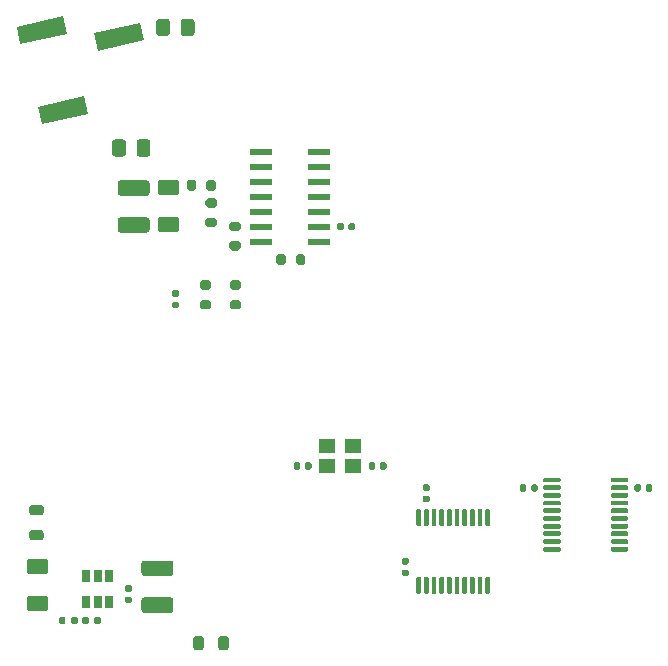
<source format=gbr>
%TF.GenerationSoftware,KiCad,Pcbnew,(5.1.8)-1*%
%TF.CreationDate,2020-12-26T14:40:11+03:00*%
%TF.ProjectId,mesp240_opll,6d657370-3234-4305-9f6f-706c6c2e6b69,rev?*%
%TF.SameCoordinates,Original*%
%TF.FileFunction,Paste,Top*%
%TF.FilePolarity,Positive*%
%FSLAX46Y46*%
G04 Gerber Fmt 4.6, Leading zero omitted, Abs format (unit mm)*
G04 Created by KiCad (PCBNEW (5.1.8)-1) date 2020-12-26 14:40:11*
%MOMM*%
%LPD*%
G01*
G04 APERTURE LIST*
%ADD10R,1.400000X1.200000*%
%ADD11R,1.981200X0.558800*%
%ADD12R,0.650000X1.060000*%
%ADD13C,0.100000*%
G04 APERTURE END LIST*
%TO.C,L4*%
G36*
G01*
X211734650Y-84211000D02*
X210972150Y-84211000D01*
G75*
G02*
X210753400Y-83992250I0J218750D01*
G01*
X210753400Y-83554750D01*
G75*
G02*
X210972150Y-83336000I218750J0D01*
G01*
X211734650Y-83336000D01*
G75*
G02*
X211953400Y-83554750I0J-218750D01*
G01*
X211953400Y-83992250D01*
G75*
G02*
X211734650Y-84211000I-218750J0D01*
G01*
G37*
G36*
G01*
X211734650Y-86336000D02*
X210972150Y-86336000D01*
G75*
G02*
X210753400Y-86117250I0J218750D01*
G01*
X210753400Y-85679750D01*
G75*
G02*
X210972150Y-85461000I218750J0D01*
G01*
X211734650Y-85461000D01*
G75*
G02*
X211953400Y-85679750I0J-218750D01*
G01*
X211953400Y-86117250D01*
G75*
G02*
X211734650Y-86336000I-218750J0D01*
G01*
G37*
%TD*%
%TO.C,L3*%
G36*
G01*
X226756900Y-95402650D02*
X226756900Y-94640150D01*
G75*
G02*
X226975650Y-94421400I218750J0D01*
G01*
X227413150Y-94421400D01*
G75*
G02*
X227631900Y-94640150I0J-218750D01*
G01*
X227631900Y-95402650D01*
G75*
G02*
X227413150Y-95621400I-218750J0D01*
G01*
X226975650Y-95621400D01*
G75*
G02*
X226756900Y-95402650I0J218750D01*
G01*
G37*
G36*
G01*
X224631900Y-95402650D02*
X224631900Y-94640150D01*
G75*
G02*
X224850650Y-94421400I218750J0D01*
G01*
X225288150Y-94421400D01*
G75*
G02*
X225506900Y-94640150I0J-218750D01*
G01*
X225506900Y-95402650D01*
G75*
G02*
X225288150Y-95621400I-218750J0D01*
G01*
X224850650Y-95621400D01*
G75*
G02*
X224631900Y-95402650I0J218750D01*
G01*
G37*
%TD*%
%TO.C,U6*%
G36*
G01*
X243809000Y-85149400D02*
X243609000Y-85149400D01*
G75*
G02*
X243509000Y-85049400I0J100000D01*
G01*
X243509000Y-83774400D01*
G75*
G02*
X243609000Y-83674400I100000J0D01*
G01*
X243809000Y-83674400D01*
G75*
G02*
X243909000Y-83774400I0J-100000D01*
G01*
X243909000Y-85049400D01*
G75*
G02*
X243809000Y-85149400I-100000J0D01*
G01*
G37*
G36*
G01*
X244459000Y-85149400D02*
X244259000Y-85149400D01*
G75*
G02*
X244159000Y-85049400I0J100000D01*
G01*
X244159000Y-83774400D01*
G75*
G02*
X244259000Y-83674400I100000J0D01*
G01*
X244459000Y-83674400D01*
G75*
G02*
X244559000Y-83774400I0J-100000D01*
G01*
X244559000Y-85049400D01*
G75*
G02*
X244459000Y-85149400I-100000J0D01*
G01*
G37*
G36*
G01*
X245109000Y-85149400D02*
X244909000Y-85149400D01*
G75*
G02*
X244809000Y-85049400I0J100000D01*
G01*
X244809000Y-83774400D01*
G75*
G02*
X244909000Y-83674400I100000J0D01*
G01*
X245109000Y-83674400D01*
G75*
G02*
X245209000Y-83774400I0J-100000D01*
G01*
X245209000Y-85049400D01*
G75*
G02*
X245109000Y-85149400I-100000J0D01*
G01*
G37*
G36*
G01*
X245759000Y-85149400D02*
X245559000Y-85149400D01*
G75*
G02*
X245459000Y-85049400I0J100000D01*
G01*
X245459000Y-83774400D01*
G75*
G02*
X245559000Y-83674400I100000J0D01*
G01*
X245759000Y-83674400D01*
G75*
G02*
X245859000Y-83774400I0J-100000D01*
G01*
X245859000Y-85049400D01*
G75*
G02*
X245759000Y-85149400I-100000J0D01*
G01*
G37*
G36*
G01*
X246409000Y-85149400D02*
X246209000Y-85149400D01*
G75*
G02*
X246109000Y-85049400I0J100000D01*
G01*
X246109000Y-83774400D01*
G75*
G02*
X246209000Y-83674400I100000J0D01*
G01*
X246409000Y-83674400D01*
G75*
G02*
X246509000Y-83774400I0J-100000D01*
G01*
X246509000Y-85049400D01*
G75*
G02*
X246409000Y-85149400I-100000J0D01*
G01*
G37*
G36*
G01*
X247059000Y-85149400D02*
X246859000Y-85149400D01*
G75*
G02*
X246759000Y-85049400I0J100000D01*
G01*
X246759000Y-83774400D01*
G75*
G02*
X246859000Y-83674400I100000J0D01*
G01*
X247059000Y-83674400D01*
G75*
G02*
X247159000Y-83774400I0J-100000D01*
G01*
X247159000Y-85049400D01*
G75*
G02*
X247059000Y-85149400I-100000J0D01*
G01*
G37*
G36*
G01*
X247709000Y-85149400D02*
X247509000Y-85149400D01*
G75*
G02*
X247409000Y-85049400I0J100000D01*
G01*
X247409000Y-83774400D01*
G75*
G02*
X247509000Y-83674400I100000J0D01*
G01*
X247709000Y-83674400D01*
G75*
G02*
X247809000Y-83774400I0J-100000D01*
G01*
X247809000Y-85049400D01*
G75*
G02*
X247709000Y-85149400I-100000J0D01*
G01*
G37*
G36*
G01*
X248359000Y-85149400D02*
X248159000Y-85149400D01*
G75*
G02*
X248059000Y-85049400I0J100000D01*
G01*
X248059000Y-83774400D01*
G75*
G02*
X248159000Y-83674400I100000J0D01*
G01*
X248359000Y-83674400D01*
G75*
G02*
X248459000Y-83774400I0J-100000D01*
G01*
X248459000Y-85049400D01*
G75*
G02*
X248359000Y-85149400I-100000J0D01*
G01*
G37*
G36*
G01*
X249009000Y-85149400D02*
X248809000Y-85149400D01*
G75*
G02*
X248709000Y-85049400I0J100000D01*
G01*
X248709000Y-83774400D01*
G75*
G02*
X248809000Y-83674400I100000J0D01*
G01*
X249009000Y-83674400D01*
G75*
G02*
X249109000Y-83774400I0J-100000D01*
G01*
X249109000Y-85049400D01*
G75*
G02*
X249009000Y-85149400I-100000J0D01*
G01*
G37*
G36*
G01*
X249659000Y-85149400D02*
X249459000Y-85149400D01*
G75*
G02*
X249359000Y-85049400I0J100000D01*
G01*
X249359000Y-83774400D01*
G75*
G02*
X249459000Y-83674400I100000J0D01*
G01*
X249659000Y-83674400D01*
G75*
G02*
X249759000Y-83774400I0J-100000D01*
G01*
X249759000Y-85049400D01*
G75*
G02*
X249659000Y-85149400I-100000J0D01*
G01*
G37*
G36*
G01*
X249659000Y-90874400D02*
X249459000Y-90874400D01*
G75*
G02*
X249359000Y-90774400I0J100000D01*
G01*
X249359000Y-89499400D01*
G75*
G02*
X249459000Y-89399400I100000J0D01*
G01*
X249659000Y-89399400D01*
G75*
G02*
X249759000Y-89499400I0J-100000D01*
G01*
X249759000Y-90774400D01*
G75*
G02*
X249659000Y-90874400I-100000J0D01*
G01*
G37*
G36*
G01*
X249009000Y-90874400D02*
X248809000Y-90874400D01*
G75*
G02*
X248709000Y-90774400I0J100000D01*
G01*
X248709000Y-89499400D01*
G75*
G02*
X248809000Y-89399400I100000J0D01*
G01*
X249009000Y-89399400D01*
G75*
G02*
X249109000Y-89499400I0J-100000D01*
G01*
X249109000Y-90774400D01*
G75*
G02*
X249009000Y-90874400I-100000J0D01*
G01*
G37*
G36*
G01*
X248359000Y-90874400D02*
X248159000Y-90874400D01*
G75*
G02*
X248059000Y-90774400I0J100000D01*
G01*
X248059000Y-89499400D01*
G75*
G02*
X248159000Y-89399400I100000J0D01*
G01*
X248359000Y-89399400D01*
G75*
G02*
X248459000Y-89499400I0J-100000D01*
G01*
X248459000Y-90774400D01*
G75*
G02*
X248359000Y-90874400I-100000J0D01*
G01*
G37*
G36*
G01*
X247709000Y-90874400D02*
X247509000Y-90874400D01*
G75*
G02*
X247409000Y-90774400I0J100000D01*
G01*
X247409000Y-89499400D01*
G75*
G02*
X247509000Y-89399400I100000J0D01*
G01*
X247709000Y-89399400D01*
G75*
G02*
X247809000Y-89499400I0J-100000D01*
G01*
X247809000Y-90774400D01*
G75*
G02*
X247709000Y-90874400I-100000J0D01*
G01*
G37*
G36*
G01*
X247059000Y-90874400D02*
X246859000Y-90874400D01*
G75*
G02*
X246759000Y-90774400I0J100000D01*
G01*
X246759000Y-89499400D01*
G75*
G02*
X246859000Y-89399400I100000J0D01*
G01*
X247059000Y-89399400D01*
G75*
G02*
X247159000Y-89499400I0J-100000D01*
G01*
X247159000Y-90774400D01*
G75*
G02*
X247059000Y-90874400I-100000J0D01*
G01*
G37*
G36*
G01*
X246409000Y-90874400D02*
X246209000Y-90874400D01*
G75*
G02*
X246109000Y-90774400I0J100000D01*
G01*
X246109000Y-89499400D01*
G75*
G02*
X246209000Y-89399400I100000J0D01*
G01*
X246409000Y-89399400D01*
G75*
G02*
X246509000Y-89499400I0J-100000D01*
G01*
X246509000Y-90774400D01*
G75*
G02*
X246409000Y-90874400I-100000J0D01*
G01*
G37*
G36*
G01*
X245759000Y-90874400D02*
X245559000Y-90874400D01*
G75*
G02*
X245459000Y-90774400I0J100000D01*
G01*
X245459000Y-89499400D01*
G75*
G02*
X245559000Y-89399400I100000J0D01*
G01*
X245759000Y-89399400D01*
G75*
G02*
X245859000Y-89499400I0J-100000D01*
G01*
X245859000Y-90774400D01*
G75*
G02*
X245759000Y-90874400I-100000J0D01*
G01*
G37*
G36*
G01*
X245109000Y-90874400D02*
X244909000Y-90874400D01*
G75*
G02*
X244809000Y-90774400I0J100000D01*
G01*
X244809000Y-89499400D01*
G75*
G02*
X244909000Y-89399400I100000J0D01*
G01*
X245109000Y-89399400D01*
G75*
G02*
X245209000Y-89499400I0J-100000D01*
G01*
X245209000Y-90774400D01*
G75*
G02*
X245109000Y-90874400I-100000J0D01*
G01*
G37*
G36*
G01*
X244459000Y-90874400D02*
X244259000Y-90874400D01*
G75*
G02*
X244159000Y-90774400I0J100000D01*
G01*
X244159000Y-89499400D01*
G75*
G02*
X244259000Y-89399400I100000J0D01*
G01*
X244459000Y-89399400D01*
G75*
G02*
X244559000Y-89499400I0J-100000D01*
G01*
X244559000Y-90774400D01*
G75*
G02*
X244459000Y-90874400I-100000J0D01*
G01*
G37*
G36*
G01*
X243809000Y-90874400D02*
X243609000Y-90874400D01*
G75*
G02*
X243509000Y-90774400I0J100000D01*
G01*
X243509000Y-89499400D01*
G75*
G02*
X243609000Y-89399400I100000J0D01*
G01*
X243809000Y-89399400D01*
G75*
G02*
X243909000Y-89499400I0J-100000D01*
G01*
X243909000Y-90774400D01*
G75*
G02*
X243809000Y-90874400I-100000J0D01*
G01*
G37*
%TD*%
%TO.C,U5*%
G36*
G01*
X259986000Y-81325200D02*
X259986000Y-81125200D01*
G75*
G02*
X260086000Y-81025200I100000J0D01*
G01*
X261361000Y-81025200D01*
G75*
G02*
X261461000Y-81125200I0J-100000D01*
G01*
X261461000Y-81325200D01*
G75*
G02*
X261361000Y-81425200I-100000J0D01*
G01*
X260086000Y-81425200D01*
G75*
G02*
X259986000Y-81325200I0J100000D01*
G01*
G37*
G36*
G01*
X259986000Y-81975200D02*
X259986000Y-81775200D01*
G75*
G02*
X260086000Y-81675200I100000J0D01*
G01*
X261361000Y-81675200D01*
G75*
G02*
X261461000Y-81775200I0J-100000D01*
G01*
X261461000Y-81975200D01*
G75*
G02*
X261361000Y-82075200I-100000J0D01*
G01*
X260086000Y-82075200D01*
G75*
G02*
X259986000Y-81975200I0J100000D01*
G01*
G37*
G36*
G01*
X259986000Y-82625200D02*
X259986000Y-82425200D01*
G75*
G02*
X260086000Y-82325200I100000J0D01*
G01*
X261361000Y-82325200D01*
G75*
G02*
X261461000Y-82425200I0J-100000D01*
G01*
X261461000Y-82625200D01*
G75*
G02*
X261361000Y-82725200I-100000J0D01*
G01*
X260086000Y-82725200D01*
G75*
G02*
X259986000Y-82625200I0J100000D01*
G01*
G37*
G36*
G01*
X259986000Y-83275200D02*
X259986000Y-83075200D01*
G75*
G02*
X260086000Y-82975200I100000J0D01*
G01*
X261361000Y-82975200D01*
G75*
G02*
X261461000Y-83075200I0J-100000D01*
G01*
X261461000Y-83275200D01*
G75*
G02*
X261361000Y-83375200I-100000J0D01*
G01*
X260086000Y-83375200D01*
G75*
G02*
X259986000Y-83275200I0J100000D01*
G01*
G37*
G36*
G01*
X259986000Y-83925200D02*
X259986000Y-83725200D01*
G75*
G02*
X260086000Y-83625200I100000J0D01*
G01*
X261361000Y-83625200D01*
G75*
G02*
X261461000Y-83725200I0J-100000D01*
G01*
X261461000Y-83925200D01*
G75*
G02*
X261361000Y-84025200I-100000J0D01*
G01*
X260086000Y-84025200D01*
G75*
G02*
X259986000Y-83925200I0J100000D01*
G01*
G37*
G36*
G01*
X259986000Y-84575200D02*
X259986000Y-84375200D01*
G75*
G02*
X260086000Y-84275200I100000J0D01*
G01*
X261361000Y-84275200D01*
G75*
G02*
X261461000Y-84375200I0J-100000D01*
G01*
X261461000Y-84575200D01*
G75*
G02*
X261361000Y-84675200I-100000J0D01*
G01*
X260086000Y-84675200D01*
G75*
G02*
X259986000Y-84575200I0J100000D01*
G01*
G37*
G36*
G01*
X259986000Y-85225200D02*
X259986000Y-85025200D01*
G75*
G02*
X260086000Y-84925200I100000J0D01*
G01*
X261361000Y-84925200D01*
G75*
G02*
X261461000Y-85025200I0J-100000D01*
G01*
X261461000Y-85225200D01*
G75*
G02*
X261361000Y-85325200I-100000J0D01*
G01*
X260086000Y-85325200D01*
G75*
G02*
X259986000Y-85225200I0J100000D01*
G01*
G37*
G36*
G01*
X259986000Y-85875200D02*
X259986000Y-85675200D01*
G75*
G02*
X260086000Y-85575200I100000J0D01*
G01*
X261361000Y-85575200D01*
G75*
G02*
X261461000Y-85675200I0J-100000D01*
G01*
X261461000Y-85875200D01*
G75*
G02*
X261361000Y-85975200I-100000J0D01*
G01*
X260086000Y-85975200D01*
G75*
G02*
X259986000Y-85875200I0J100000D01*
G01*
G37*
G36*
G01*
X259986000Y-86525200D02*
X259986000Y-86325200D01*
G75*
G02*
X260086000Y-86225200I100000J0D01*
G01*
X261361000Y-86225200D01*
G75*
G02*
X261461000Y-86325200I0J-100000D01*
G01*
X261461000Y-86525200D01*
G75*
G02*
X261361000Y-86625200I-100000J0D01*
G01*
X260086000Y-86625200D01*
G75*
G02*
X259986000Y-86525200I0J100000D01*
G01*
G37*
G36*
G01*
X259986000Y-87175200D02*
X259986000Y-86975200D01*
G75*
G02*
X260086000Y-86875200I100000J0D01*
G01*
X261361000Y-86875200D01*
G75*
G02*
X261461000Y-86975200I0J-100000D01*
G01*
X261461000Y-87175200D01*
G75*
G02*
X261361000Y-87275200I-100000J0D01*
G01*
X260086000Y-87275200D01*
G75*
G02*
X259986000Y-87175200I0J100000D01*
G01*
G37*
G36*
G01*
X254261000Y-87175200D02*
X254261000Y-86975200D01*
G75*
G02*
X254361000Y-86875200I100000J0D01*
G01*
X255636000Y-86875200D01*
G75*
G02*
X255736000Y-86975200I0J-100000D01*
G01*
X255736000Y-87175200D01*
G75*
G02*
X255636000Y-87275200I-100000J0D01*
G01*
X254361000Y-87275200D01*
G75*
G02*
X254261000Y-87175200I0J100000D01*
G01*
G37*
G36*
G01*
X254261000Y-86525200D02*
X254261000Y-86325200D01*
G75*
G02*
X254361000Y-86225200I100000J0D01*
G01*
X255636000Y-86225200D01*
G75*
G02*
X255736000Y-86325200I0J-100000D01*
G01*
X255736000Y-86525200D01*
G75*
G02*
X255636000Y-86625200I-100000J0D01*
G01*
X254361000Y-86625200D01*
G75*
G02*
X254261000Y-86525200I0J100000D01*
G01*
G37*
G36*
G01*
X254261000Y-85875200D02*
X254261000Y-85675200D01*
G75*
G02*
X254361000Y-85575200I100000J0D01*
G01*
X255636000Y-85575200D01*
G75*
G02*
X255736000Y-85675200I0J-100000D01*
G01*
X255736000Y-85875200D01*
G75*
G02*
X255636000Y-85975200I-100000J0D01*
G01*
X254361000Y-85975200D01*
G75*
G02*
X254261000Y-85875200I0J100000D01*
G01*
G37*
G36*
G01*
X254261000Y-85225200D02*
X254261000Y-85025200D01*
G75*
G02*
X254361000Y-84925200I100000J0D01*
G01*
X255636000Y-84925200D01*
G75*
G02*
X255736000Y-85025200I0J-100000D01*
G01*
X255736000Y-85225200D01*
G75*
G02*
X255636000Y-85325200I-100000J0D01*
G01*
X254361000Y-85325200D01*
G75*
G02*
X254261000Y-85225200I0J100000D01*
G01*
G37*
G36*
G01*
X254261000Y-84575200D02*
X254261000Y-84375200D01*
G75*
G02*
X254361000Y-84275200I100000J0D01*
G01*
X255636000Y-84275200D01*
G75*
G02*
X255736000Y-84375200I0J-100000D01*
G01*
X255736000Y-84575200D01*
G75*
G02*
X255636000Y-84675200I-100000J0D01*
G01*
X254361000Y-84675200D01*
G75*
G02*
X254261000Y-84575200I0J100000D01*
G01*
G37*
G36*
G01*
X254261000Y-83925200D02*
X254261000Y-83725200D01*
G75*
G02*
X254361000Y-83625200I100000J0D01*
G01*
X255636000Y-83625200D01*
G75*
G02*
X255736000Y-83725200I0J-100000D01*
G01*
X255736000Y-83925200D01*
G75*
G02*
X255636000Y-84025200I-100000J0D01*
G01*
X254361000Y-84025200D01*
G75*
G02*
X254261000Y-83925200I0J100000D01*
G01*
G37*
G36*
G01*
X254261000Y-83275200D02*
X254261000Y-83075200D01*
G75*
G02*
X254361000Y-82975200I100000J0D01*
G01*
X255636000Y-82975200D01*
G75*
G02*
X255736000Y-83075200I0J-100000D01*
G01*
X255736000Y-83275200D01*
G75*
G02*
X255636000Y-83375200I-100000J0D01*
G01*
X254361000Y-83375200D01*
G75*
G02*
X254261000Y-83275200I0J100000D01*
G01*
G37*
G36*
G01*
X254261000Y-82625200D02*
X254261000Y-82425200D01*
G75*
G02*
X254361000Y-82325200I100000J0D01*
G01*
X255636000Y-82325200D01*
G75*
G02*
X255736000Y-82425200I0J-100000D01*
G01*
X255736000Y-82625200D01*
G75*
G02*
X255636000Y-82725200I-100000J0D01*
G01*
X254361000Y-82725200D01*
G75*
G02*
X254261000Y-82625200I0J100000D01*
G01*
G37*
G36*
G01*
X254261000Y-81975200D02*
X254261000Y-81775200D01*
G75*
G02*
X254361000Y-81675200I100000J0D01*
G01*
X255636000Y-81675200D01*
G75*
G02*
X255736000Y-81775200I0J-100000D01*
G01*
X255736000Y-81975200D01*
G75*
G02*
X255636000Y-82075200I-100000J0D01*
G01*
X254361000Y-82075200D01*
G75*
G02*
X254261000Y-81975200I0J100000D01*
G01*
G37*
G36*
G01*
X254261000Y-81325200D02*
X254261000Y-81125200D01*
G75*
G02*
X254361000Y-81025200I100000J0D01*
G01*
X255636000Y-81025200D01*
G75*
G02*
X255736000Y-81125200I0J-100000D01*
G01*
X255736000Y-81325200D01*
G75*
G02*
X255636000Y-81425200I-100000J0D01*
G01*
X254361000Y-81425200D01*
G75*
G02*
X254261000Y-81325200I0J100000D01*
G01*
G37*
%TD*%
%TO.C,C13*%
G36*
G01*
X244178000Y-82549400D02*
X244518000Y-82549400D01*
G75*
G02*
X244658000Y-82689400I0J-140000D01*
G01*
X244658000Y-82969400D01*
G75*
G02*
X244518000Y-83109400I-140000J0D01*
G01*
X244178000Y-83109400D01*
G75*
G02*
X244038000Y-82969400I0J140000D01*
G01*
X244038000Y-82689400D01*
G75*
G02*
X244178000Y-82549400I140000J0D01*
G01*
G37*
G36*
G01*
X244178000Y-81589400D02*
X244518000Y-81589400D01*
G75*
G02*
X244658000Y-81729400I0J-140000D01*
G01*
X244658000Y-82009400D01*
G75*
G02*
X244518000Y-82149400I-140000J0D01*
G01*
X244178000Y-82149400D01*
G75*
G02*
X244038000Y-82009400I0J140000D01*
G01*
X244038000Y-81729400D01*
G75*
G02*
X244178000Y-81589400I140000J0D01*
G01*
G37*
%TD*%
%TO.C,C12*%
G36*
G01*
X262535000Y-81719600D02*
X262535000Y-82059600D01*
G75*
G02*
X262395000Y-82199600I-140000J0D01*
G01*
X262115000Y-82199600D01*
G75*
G02*
X261975000Y-82059600I0J140000D01*
G01*
X261975000Y-81719600D01*
G75*
G02*
X262115000Y-81579600I140000J0D01*
G01*
X262395000Y-81579600D01*
G75*
G02*
X262535000Y-81719600I0J-140000D01*
G01*
G37*
G36*
G01*
X263495000Y-81719600D02*
X263495000Y-82059600D01*
G75*
G02*
X263355000Y-82199600I-140000J0D01*
G01*
X263075000Y-82199600D01*
G75*
G02*
X262935000Y-82059600I0J140000D01*
G01*
X262935000Y-81719600D01*
G75*
G02*
X263075000Y-81579600I140000J0D01*
G01*
X263355000Y-81579600D01*
G75*
G02*
X263495000Y-81719600I0J-140000D01*
G01*
G37*
%TD*%
%TO.C,C11*%
G36*
G01*
X242400000Y-88795200D02*
X242740000Y-88795200D01*
G75*
G02*
X242880000Y-88935200I0J-140000D01*
G01*
X242880000Y-89215200D01*
G75*
G02*
X242740000Y-89355200I-140000J0D01*
G01*
X242400000Y-89355200D01*
G75*
G02*
X242260000Y-89215200I0J140000D01*
G01*
X242260000Y-88935200D01*
G75*
G02*
X242400000Y-88795200I140000J0D01*
G01*
G37*
G36*
G01*
X242400000Y-87835200D02*
X242740000Y-87835200D01*
G75*
G02*
X242880000Y-87975200I0J-140000D01*
G01*
X242880000Y-88255200D01*
G75*
G02*
X242740000Y-88395200I-140000J0D01*
G01*
X242400000Y-88395200D01*
G75*
G02*
X242260000Y-88255200I0J140000D01*
G01*
X242260000Y-87975200D01*
G75*
G02*
X242400000Y-87835200I140000J0D01*
G01*
G37*
%TD*%
%TO.C,C10*%
G36*
G01*
X253237000Y-82059600D02*
X253237000Y-81719600D01*
G75*
G02*
X253377000Y-81579600I140000J0D01*
G01*
X253657000Y-81579600D01*
G75*
G02*
X253797000Y-81719600I0J-140000D01*
G01*
X253797000Y-82059600D01*
G75*
G02*
X253657000Y-82199600I-140000J0D01*
G01*
X253377000Y-82199600D01*
G75*
G02*
X253237000Y-82059600I0J140000D01*
G01*
G37*
G36*
G01*
X252277000Y-82059600D02*
X252277000Y-81719600D01*
G75*
G02*
X252417000Y-81579600I140000J0D01*
G01*
X252697000Y-81579600D01*
G75*
G02*
X252837000Y-81719600I0J-140000D01*
G01*
X252837000Y-82059600D01*
G75*
G02*
X252697000Y-82199600I-140000J0D01*
G01*
X252417000Y-82199600D01*
G75*
G02*
X252277000Y-82059600I0J140000D01*
G01*
G37*
%TD*%
D10*
%TO.C,Y1*%
X235983600Y-78347200D03*
X238183600Y-78347200D03*
X238183600Y-80047200D03*
X235983600Y-80047200D03*
%TD*%
D11*
%TO.C,U4*%
X235280800Y-53416200D03*
X235280800Y-54686200D03*
X235280800Y-55956200D03*
X235280800Y-57226200D03*
X235280800Y-58496200D03*
X235280800Y-59766200D03*
X235280800Y-61036200D03*
X230353200Y-61036200D03*
X230353200Y-59766200D03*
X230353200Y-58496200D03*
X230353200Y-57226200D03*
X230353200Y-55956200D03*
X230353200Y-54686200D03*
X230353200Y-53416200D03*
%TD*%
D12*
%TO.C,U2*%
X216534600Y-91574800D03*
X217484600Y-91574800D03*
X215584600Y-91574800D03*
X215584600Y-89374800D03*
X216534600Y-89374800D03*
X217484600Y-89374800D03*
%TD*%
%TO.C,R26*%
G36*
G01*
X232468000Y-62285200D02*
X232468000Y-62835200D01*
G75*
G02*
X232268000Y-63035200I-200000J0D01*
G01*
X231868000Y-63035200D01*
G75*
G02*
X231668000Y-62835200I0J200000D01*
G01*
X231668000Y-62285200D01*
G75*
G02*
X231868000Y-62085200I200000J0D01*
G01*
X232268000Y-62085200D01*
G75*
G02*
X232468000Y-62285200I0J-200000D01*
G01*
G37*
G36*
G01*
X234118000Y-62285200D02*
X234118000Y-62835200D01*
G75*
G02*
X233918000Y-63035200I-200000J0D01*
G01*
X233518000Y-63035200D01*
G75*
G02*
X233318000Y-62835200I0J200000D01*
G01*
X233318000Y-62285200D01*
G75*
G02*
X233518000Y-62085200I200000J0D01*
G01*
X233918000Y-62085200D01*
G75*
G02*
X234118000Y-62285200I0J-200000D01*
G01*
G37*
%TD*%
%TO.C,R23*%
G36*
G01*
X228443000Y-60140800D02*
X227893000Y-60140800D01*
G75*
G02*
X227693000Y-59940800I0J200000D01*
G01*
X227693000Y-59540800D01*
G75*
G02*
X227893000Y-59340800I200000J0D01*
G01*
X228443000Y-59340800D01*
G75*
G02*
X228643000Y-59540800I0J-200000D01*
G01*
X228643000Y-59940800D01*
G75*
G02*
X228443000Y-60140800I-200000J0D01*
G01*
G37*
G36*
G01*
X228443000Y-61790800D02*
X227893000Y-61790800D01*
G75*
G02*
X227693000Y-61590800I0J200000D01*
G01*
X227693000Y-61190800D01*
G75*
G02*
X227893000Y-60990800I200000J0D01*
G01*
X228443000Y-60990800D01*
G75*
G02*
X228643000Y-61190800I0J-200000D01*
G01*
X228643000Y-61590800D01*
G75*
G02*
X228443000Y-61790800I-200000J0D01*
G01*
G37*
%TD*%
%TO.C,R20*%
G36*
G01*
X226411000Y-58159600D02*
X225861000Y-58159600D01*
G75*
G02*
X225661000Y-57959600I0J200000D01*
G01*
X225661000Y-57559600D01*
G75*
G02*
X225861000Y-57359600I200000J0D01*
G01*
X226411000Y-57359600D01*
G75*
G02*
X226611000Y-57559600I0J-200000D01*
G01*
X226611000Y-57959600D01*
G75*
G02*
X226411000Y-58159600I-200000J0D01*
G01*
G37*
G36*
G01*
X226411000Y-59809600D02*
X225861000Y-59809600D01*
G75*
G02*
X225661000Y-59609600I0J200000D01*
G01*
X225661000Y-59209600D01*
G75*
G02*
X225861000Y-59009600I200000J0D01*
G01*
X226411000Y-59009600D01*
G75*
G02*
X226611000Y-59209600I0J-200000D01*
G01*
X226611000Y-59609600D01*
G75*
G02*
X226411000Y-59809600I-200000J0D01*
G01*
G37*
%TD*%
%TO.C,R19*%
G36*
G01*
X224885000Y-55986000D02*
X224885000Y-56536000D01*
G75*
G02*
X224685000Y-56736000I-200000J0D01*
G01*
X224285000Y-56736000D01*
G75*
G02*
X224085000Y-56536000I0J200000D01*
G01*
X224085000Y-55986000D01*
G75*
G02*
X224285000Y-55786000I200000J0D01*
G01*
X224685000Y-55786000D01*
G75*
G02*
X224885000Y-55986000I0J-200000D01*
G01*
G37*
G36*
G01*
X226535000Y-55986000D02*
X226535000Y-56536000D01*
G75*
G02*
X226335000Y-56736000I-200000J0D01*
G01*
X225935000Y-56736000D01*
G75*
G02*
X225735000Y-56536000I0J200000D01*
G01*
X225735000Y-55986000D01*
G75*
G02*
X225935000Y-55786000I200000J0D01*
G01*
X226335000Y-55786000D01*
G75*
G02*
X226535000Y-55986000I0J-200000D01*
G01*
G37*
%TD*%
%TO.C,R18*%
G36*
G01*
X227919000Y-65970200D02*
X228469000Y-65970200D01*
G75*
G02*
X228669000Y-66170200I0J-200000D01*
G01*
X228669000Y-66570200D01*
G75*
G02*
X228469000Y-66770200I-200000J0D01*
G01*
X227919000Y-66770200D01*
G75*
G02*
X227719000Y-66570200I0J200000D01*
G01*
X227719000Y-66170200D01*
G75*
G02*
X227919000Y-65970200I200000J0D01*
G01*
G37*
G36*
G01*
X227919000Y-64320200D02*
X228469000Y-64320200D01*
G75*
G02*
X228669000Y-64520200I0J-200000D01*
G01*
X228669000Y-64920200D01*
G75*
G02*
X228469000Y-65120200I-200000J0D01*
G01*
X227919000Y-65120200D01*
G75*
G02*
X227719000Y-64920200I0J200000D01*
G01*
X227719000Y-64520200D01*
G75*
G02*
X227919000Y-64320200I200000J0D01*
G01*
G37*
%TD*%
%TO.C,R17*%
G36*
G01*
X225379000Y-65970200D02*
X225929000Y-65970200D01*
G75*
G02*
X226129000Y-66170200I0J-200000D01*
G01*
X226129000Y-66570200D01*
G75*
G02*
X225929000Y-66770200I-200000J0D01*
G01*
X225379000Y-66770200D01*
G75*
G02*
X225179000Y-66570200I0J200000D01*
G01*
X225179000Y-66170200D01*
G75*
G02*
X225379000Y-65970200I200000J0D01*
G01*
G37*
G36*
G01*
X225379000Y-64320200D02*
X225929000Y-64320200D01*
G75*
G02*
X226129000Y-64520200I0J-200000D01*
G01*
X226129000Y-64920200D01*
G75*
G02*
X225929000Y-65120200I-200000J0D01*
G01*
X225379000Y-65120200D01*
G75*
G02*
X225179000Y-64920200I0J200000D01*
G01*
X225179000Y-64520200D01*
G75*
G02*
X225379000Y-64320200I200000J0D01*
G01*
G37*
%TD*%
%TO.C,R12*%
G36*
G01*
X216243600Y-93301400D02*
X216243600Y-92931400D01*
G75*
G02*
X216378600Y-92796400I135000J0D01*
G01*
X216648600Y-92796400D01*
G75*
G02*
X216783600Y-92931400I0J-135000D01*
G01*
X216783600Y-93301400D01*
G75*
G02*
X216648600Y-93436400I-135000J0D01*
G01*
X216378600Y-93436400D01*
G75*
G02*
X216243600Y-93301400I0J135000D01*
G01*
G37*
G36*
G01*
X215223600Y-93301400D02*
X215223600Y-92931400D01*
G75*
G02*
X215358600Y-92796400I135000J0D01*
G01*
X215628600Y-92796400D01*
G75*
G02*
X215763600Y-92931400I0J-135000D01*
G01*
X215763600Y-93301400D01*
G75*
G02*
X215628600Y-93436400I-135000J0D01*
G01*
X215358600Y-93436400D01*
G75*
G02*
X215223600Y-93301400I0J135000D01*
G01*
G37*
%TD*%
%TO.C,R11*%
G36*
G01*
X214287800Y-93301400D02*
X214287800Y-92931400D01*
G75*
G02*
X214422800Y-92796400I135000J0D01*
G01*
X214692800Y-92796400D01*
G75*
G02*
X214827800Y-92931400I0J-135000D01*
G01*
X214827800Y-93301400D01*
G75*
G02*
X214692800Y-93436400I-135000J0D01*
G01*
X214422800Y-93436400D01*
G75*
G02*
X214287800Y-93301400I0J135000D01*
G01*
G37*
G36*
G01*
X213267800Y-93301400D02*
X213267800Y-92931400D01*
G75*
G02*
X213402800Y-92796400I135000J0D01*
G01*
X213672800Y-92796400D01*
G75*
G02*
X213807800Y-92931400I0J-135000D01*
G01*
X213807800Y-93301400D01*
G75*
G02*
X213672800Y-93436400I-135000J0D01*
G01*
X213402800Y-93436400D01*
G75*
G02*
X213267800Y-93301400I0J135000D01*
G01*
G37*
%TD*%
%TO.C,L2*%
G36*
G01*
X220683001Y-57164400D02*
X218482999Y-57164400D01*
G75*
G02*
X218233000Y-56914401I0J249999D01*
G01*
X218233000Y-56089399D01*
G75*
G02*
X218482999Y-55839400I249999J0D01*
G01*
X220683001Y-55839400D01*
G75*
G02*
X220933000Y-56089399I0J-249999D01*
G01*
X220933000Y-56914401D01*
G75*
G02*
X220683001Y-57164400I-249999J0D01*
G01*
G37*
G36*
G01*
X220683001Y-60289400D02*
X218482999Y-60289400D01*
G75*
G02*
X218233000Y-60039401I0J249999D01*
G01*
X218233000Y-59214399D01*
G75*
G02*
X218482999Y-58964400I249999J0D01*
G01*
X220683001Y-58964400D01*
G75*
G02*
X220933000Y-59214399I0J-249999D01*
G01*
X220933000Y-60039401D01*
G75*
G02*
X220683001Y-60289400I-249999J0D01*
G01*
G37*
%TD*%
%TO.C,L1*%
G36*
G01*
X222689601Y-89358500D02*
X220489599Y-89358500D01*
G75*
G02*
X220239600Y-89108501I0J249999D01*
G01*
X220239600Y-88283499D01*
G75*
G02*
X220489599Y-88033500I249999J0D01*
G01*
X222689601Y-88033500D01*
G75*
G02*
X222939600Y-88283499I0J-249999D01*
G01*
X222939600Y-89108501D01*
G75*
G02*
X222689601Y-89358500I-249999J0D01*
G01*
G37*
G36*
G01*
X222689601Y-92483500D02*
X220489599Y-92483500D01*
G75*
G02*
X220239600Y-92233501I0J249999D01*
G01*
X220239600Y-91408499D01*
G75*
G02*
X220489599Y-91158500I249999J0D01*
G01*
X222689601Y-91158500D01*
G75*
G02*
X222939600Y-91408499I0J-249999D01*
G01*
X222939600Y-92233501D01*
G75*
G02*
X222689601Y-92483500I-249999J0D01*
G01*
G37*
%TD*%
D13*
%TO.C,J1*%
G36*
X211480241Y-49630458D02*
G01*
X215377721Y-48730653D01*
X215715147Y-50192208D01*
X211817667Y-51092013D01*
X211480241Y-49630458D01*
G37*
G36*
X216201706Y-43408902D02*
G01*
X220099186Y-42509097D01*
X220436612Y-43970652D01*
X216539132Y-44870457D01*
X216201706Y-43408902D01*
G37*
G36*
X209661991Y-42866106D02*
G01*
X213559471Y-41966301D01*
X213896897Y-43427856D01*
X209999417Y-44327661D01*
X209661991Y-42866106D01*
G37*
%TD*%
%TO.C,C9*%
G36*
G01*
X219826000Y-53586200D02*
X219826000Y-52636200D01*
G75*
G02*
X220076000Y-52386200I250000J0D01*
G01*
X220751000Y-52386200D01*
G75*
G02*
X221001000Y-52636200I0J-250000D01*
G01*
X221001000Y-53586200D01*
G75*
G02*
X220751000Y-53836200I-250000J0D01*
G01*
X220076000Y-53836200D01*
G75*
G02*
X219826000Y-53586200I0J250000D01*
G01*
G37*
G36*
G01*
X217751000Y-53586200D02*
X217751000Y-52636200D01*
G75*
G02*
X218001000Y-52386200I250000J0D01*
G01*
X218676000Y-52386200D01*
G75*
G02*
X218926000Y-52636200I0J-250000D01*
G01*
X218926000Y-53586200D01*
G75*
G02*
X218676000Y-53836200I-250000J0D01*
G01*
X218001000Y-53836200D01*
G75*
G02*
X217751000Y-53586200I0J250000D01*
G01*
G37*
%TD*%
%TO.C,C8*%
G36*
G01*
X223560000Y-43375600D02*
X223560000Y-42425600D01*
G75*
G02*
X223810000Y-42175600I250000J0D01*
G01*
X224485000Y-42175600D01*
G75*
G02*
X224735000Y-42425600I0J-250000D01*
G01*
X224735000Y-43375600D01*
G75*
G02*
X224485000Y-43625600I-250000J0D01*
G01*
X223810000Y-43625600D01*
G75*
G02*
X223560000Y-43375600I0J250000D01*
G01*
G37*
G36*
G01*
X221485000Y-43375600D02*
X221485000Y-42425600D01*
G75*
G02*
X221735000Y-42175600I250000J0D01*
G01*
X222410000Y-42175600D01*
G75*
G02*
X222660000Y-42425600I0J-250000D01*
G01*
X222660000Y-43375600D01*
G75*
G02*
X222410000Y-43625600I-250000J0D01*
G01*
X221735000Y-43625600D01*
G75*
G02*
X221485000Y-43375600I0J250000D01*
G01*
G37*
%TD*%
%TO.C,C7*%
G36*
G01*
X237766200Y-59936200D02*
X237766200Y-59596200D01*
G75*
G02*
X237906200Y-59456200I140000J0D01*
G01*
X238186200Y-59456200D01*
G75*
G02*
X238326200Y-59596200I0J-140000D01*
G01*
X238326200Y-59936200D01*
G75*
G02*
X238186200Y-60076200I-140000J0D01*
G01*
X237906200Y-60076200D01*
G75*
G02*
X237766200Y-59936200I0J140000D01*
G01*
G37*
G36*
G01*
X236806200Y-59936200D02*
X236806200Y-59596200D01*
G75*
G02*
X236946200Y-59456200I140000J0D01*
G01*
X237226200Y-59456200D01*
G75*
G02*
X237366200Y-59596200I0J-140000D01*
G01*
X237366200Y-59936200D01*
G75*
G02*
X237226200Y-60076200I-140000J0D01*
G01*
X236946200Y-60076200D01*
G75*
G02*
X236806200Y-59936200I0J140000D01*
G01*
G37*
%TD*%
%TO.C,C6*%
G36*
G01*
X222944000Y-66115600D02*
X223284000Y-66115600D01*
G75*
G02*
X223424000Y-66255600I0J-140000D01*
G01*
X223424000Y-66535600D01*
G75*
G02*
X223284000Y-66675600I-140000J0D01*
G01*
X222944000Y-66675600D01*
G75*
G02*
X222804000Y-66535600I0J140000D01*
G01*
X222804000Y-66255600D01*
G75*
G02*
X222944000Y-66115600I140000J0D01*
G01*
G37*
G36*
G01*
X222944000Y-65155600D02*
X223284000Y-65155600D01*
G75*
G02*
X223424000Y-65295600I0J-140000D01*
G01*
X223424000Y-65575600D01*
G75*
G02*
X223284000Y-65715600I-140000J0D01*
G01*
X222944000Y-65715600D01*
G75*
G02*
X222804000Y-65575600I0J140000D01*
G01*
X222804000Y-65295600D01*
G75*
G02*
X222944000Y-65155600I140000J0D01*
G01*
G37*
%TD*%
%TO.C,C5*%
G36*
G01*
X221879999Y-58925900D02*
X223180001Y-58925900D01*
G75*
G02*
X223430000Y-59175899I0J-249999D01*
G01*
X223430000Y-60000901D01*
G75*
G02*
X223180001Y-60250900I-249999J0D01*
G01*
X221879999Y-60250900D01*
G75*
G02*
X221630000Y-60000901I0J249999D01*
G01*
X221630000Y-59175899D01*
G75*
G02*
X221879999Y-58925900I249999J0D01*
G01*
G37*
G36*
G01*
X221879999Y-55800900D02*
X223180001Y-55800900D01*
G75*
G02*
X223430000Y-56050899I0J-249999D01*
G01*
X223430000Y-56875901D01*
G75*
G02*
X223180001Y-57125900I-249999J0D01*
G01*
X221879999Y-57125900D01*
G75*
G02*
X221630000Y-56875901I0J249999D01*
G01*
X221630000Y-56050899D01*
G75*
G02*
X221879999Y-55800900I249999J0D01*
G01*
G37*
%TD*%
%TO.C,C4*%
G36*
G01*
X212079601Y-89206100D02*
X210779599Y-89206100D01*
G75*
G02*
X210529600Y-88956101I0J249999D01*
G01*
X210529600Y-88131099D01*
G75*
G02*
X210779599Y-87881100I249999J0D01*
G01*
X212079601Y-87881100D01*
G75*
G02*
X212329600Y-88131099I0J-249999D01*
G01*
X212329600Y-88956101D01*
G75*
G02*
X212079601Y-89206100I-249999J0D01*
G01*
G37*
G36*
G01*
X212079601Y-92331100D02*
X210779599Y-92331100D01*
G75*
G02*
X210529600Y-92081101I0J249999D01*
G01*
X210529600Y-91256099D01*
G75*
G02*
X210779599Y-91006100I249999J0D01*
G01*
X212079601Y-91006100D01*
G75*
G02*
X212329600Y-91256099I0J-249999D01*
G01*
X212329600Y-92081101D01*
G75*
G02*
X212079601Y-92331100I-249999J0D01*
G01*
G37*
%TD*%
%TO.C,C3*%
G36*
G01*
X240433200Y-80205400D02*
X240433200Y-79865400D01*
G75*
G02*
X240573200Y-79725400I140000J0D01*
G01*
X240853200Y-79725400D01*
G75*
G02*
X240993200Y-79865400I0J-140000D01*
G01*
X240993200Y-80205400D01*
G75*
G02*
X240853200Y-80345400I-140000J0D01*
G01*
X240573200Y-80345400D01*
G75*
G02*
X240433200Y-80205400I0J140000D01*
G01*
G37*
G36*
G01*
X239473200Y-80205400D02*
X239473200Y-79865400D01*
G75*
G02*
X239613200Y-79725400I140000J0D01*
G01*
X239893200Y-79725400D01*
G75*
G02*
X240033200Y-79865400I0J-140000D01*
G01*
X240033200Y-80205400D01*
G75*
G02*
X239893200Y-80345400I-140000J0D01*
G01*
X239613200Y-80345400D01*
G75*
G02*
X239473200Y-80205400I0J140000D01*
G01*
G37*
%TD*%
%TO.C,C2*%
G36*
G01*
X233680600Y-79865400D02*
X233680600Y-80205400D01*
G75*
G02*
X233540600Y-80345400I-140000J0D01*
G01*
X233260600Y-80345400D01*
G75*
G02*
X233120600Y-80205400I0J140000D01*
G01*
X233120600Y-79865400D01*
G75*
G02*
X233260600Y-79725400I140000J0D01*
G01*
X233540600Y-79725400D01*
G75*
G02*
X233680600Y-79865400I0J-140000D01*
G01*
G37*
G36*
G01*
X234640600Y-79865400D02*
X234640600Y-80205400D01*
G75*
G02*
X234500600Y-80345400I-140000J0D01*
G01*
X234220600Y-80345400D01*
G75*
G02*
X234080600Y-80205400I0J140000D01*
G01*
X234080600Y-79865400D01*
G75*
G02*
X234220600Y-79725400I140000J0D01*
G01*
X234500600Y-79725400D01*
G75*
G02*
X234640600Y-79865400I0J-140000D01*
G01*
G37*
%TD*%
%TO.C,C1*%
G36*
G01*
X219295600Y-90683800D02*
X218955600Y-90683800D01*
G75*
G02*
X218815600Y-90543800I0J140000D01*
G01*
X218815600Y-90263800D01*
G75*
G02*
X218955600Y-90123800I140000J0D01*
G01*
X219295600Y-90123800D01*
G75*
G02*
X219435600Y-90263800I0J-140000D01*
G01*
X219435600Y-90543800D01*
G75*
G02*
X219295600Y-90683800I-140000J0D01*
G01*
G37*
G36*
G01*
X219295600Y-91643800D02*
X218955600Y-91643800D01*
G75*
G02*
X218815600Y-91503800I0J140000D01*
G01*
X218815600Y-91223800D01*
G75*
G02*
X218955600Y-91083800I140000J0D01*
G01*
X219295600Y-91083800D01*
G75*
G02*
X219435600Y-91223800I0J-140000D01*
G01*
X219435600Y-91503800D01*
G75*
G02*
X219295600Y-91643800I-140000J0D01*
G01*
G37*
%TD*%
M02*

</source>
